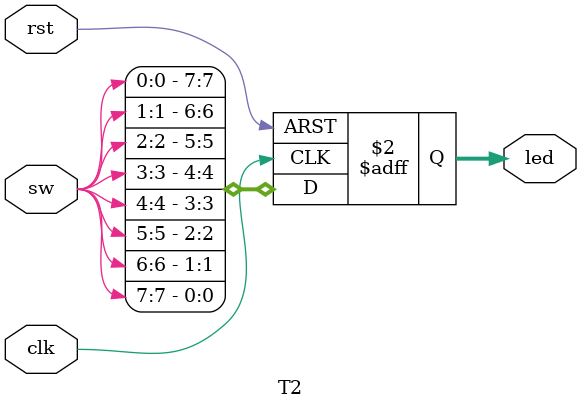
<source format=v>
`timescale 1ns / 1ps

module T2(
input clk,
input rst,
input [7:0] sw,
output reg [7:0] led
    );

always @(posedge clk or posedge rst)
    begin
        if (rst)
            led <= 8'haa;
        else
            led <= {sw[0],sw[1],sw[2],sw[3],sw[4],sw[5],sw[6],sw[7]};
    end
endmodule

</source>
